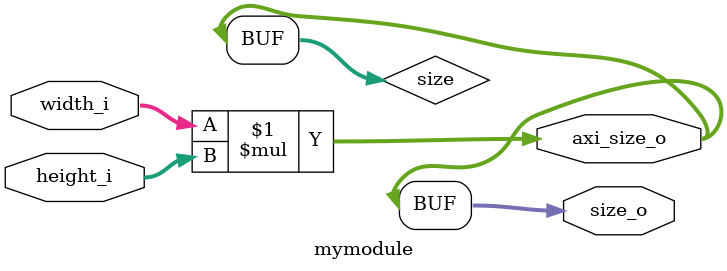
<source format=v>
`timescale 1ns / 1ps

module mymodule(
    input [31:0] width_i,
    input [31:0] height_i,
    output [31:0] axi_size_o,
    output [31:0] size_o
);

wire [31:0] size;
assign size = width_i * height_i;

assign size_o = size;
assign axi_size_o = size; 

endmodule

</source>
